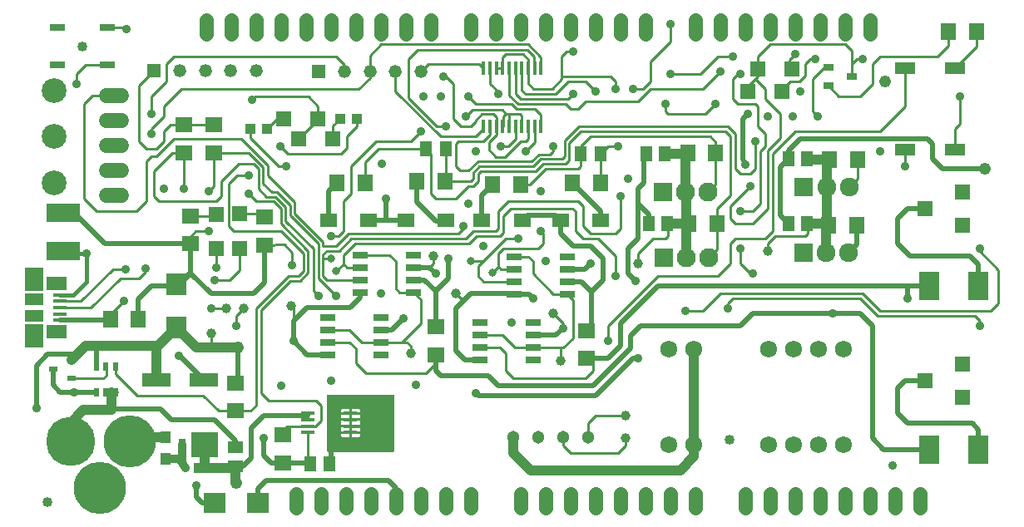
<source format=gbr>
G04 EAGLE Gerber RS-274X export*
G75*
%MOMM*%
%FSLAX34Y34*%
%LPD*%
%INTop Copper*%
%IPPOS*%
%AMOC8*
5,1,8,0,0,1.08239X$1,22.5*%
G01*
%ADD10R,1.500000X1.500000*%
%ADD11R,1.803000X1.600000*%
%ADD12R,1.524000X0.762000*%
%ADD13C,1.524000*%
%ADD14C,1.422400*%
%ADD15R,3.000000X1.400000*%
%ADD16R,1.000000X1.200000*%
%ADD17R,3.400000X1.900000*%
%ADD18R,2.667000X2.540000*%
%ADD19R,0.762000X1.270000*%
%ADD20R,2.000000X1.100000*%
%ADD21R,0.800000X0.800000*%
%ADD22R,1.320800X1.320800*%
%ADD23C,1.320800*%
%ADD24R,1.525000X0.650000*%
%ADD25R,1.920000X1.920000*%
%ADD26C,1.920000*%
%ADD27R,1.950000X1.950000*%
%ADD28C,1.950000*%
%ADD29R,1.600000X1.803000*%
%ADD30R,1.803400X1.473200*%
%ADD31C,1.725000*%
%ADD32R,1.415000X0.450000*%
%ADD33R,0.508000X0.876300*%
%ADD34R,0.863600X0.482600*%
%ADD35R,1.500000X1.300000*%
%ADD36R,1.300000X1.500000*%
%ADD37R,1.600000X1.800000*%
%ADD38R,1.380000X0.450000*%
%ADD39R,2.100000X1.475000*%
%ADD40R,1.900000X1.175000*%
%ADD41R,1.900000X2.375000*%
%ADD42C,1.016000*%
%ADD43R,2.150000X2.200000*%
%ADD44R,2.200000X2.150000*%
%ADD45R,1.300000X1.600000*%
%ADD46C,2.520000*%
%ADD47R,1.000000X0.700000*%
%ADD48R,2.025000X1.275000*%
%ADD49C,5.300000*%
%ADD50C,5.000000*%
%ADD51R,1.000000X1.100000*%
%ADD52C,0.800000*%
%ADD53C,1.000000*%
%ADD54R,2.020000X2.950000*%
%ADD55R,0.450000X1.475000*%
%ADD56C,1.303000*%
%ADD57R,1.508000X1.508000*%
%ADD58C,0.508000*%
%ADD59C,1.016000*%
%ADD60C,0.254000*%
%ADD61C,0.914400*%
%ADD62C,1.219200*%
%ADD63C,0.406400*%
%ADD64C,0.812800*%

G36*
X378538Y75106D02*
X378538Y75106D01*
X378657Y75113D01*
X378695Y75126D01*
X378736Y75131D01*
X378846Y75174D01*
X378959Y75211D01*
X378994Y75233D01*
X379031Y75248D01*
X379127Y75318D01*
X379228Y75381D01*
X379256Y75411D01*
X379289Y75434D01*
X379365Y75526D01*
X379446Y75613D01*
X379466Y75648D01*
X379491Y75679D01*
X379542Y75787D01*
X379600Y75891D01*
X379610Y75931D01*
X379627Y75967D01*
X379649Y76084D01*
X379679Y76199D01*
X379683Y76260D01*
X379687Y76280D01*
X379685Y76300D01*
X379689Y76360D01*
X379689Y132240D01*
X379674Y132358D01*
X379667Y132477D01*
X379654Y132515D01*
X379649Y132556D01*
X379606Y132666D01*
X379569Y132779D01*
X379547Y132814D01*
X379532Y132851D01*
X379463Y132947D01*
X379399Y133048D01*
X379369Y133076D01*
X379346Y133109D01*
X379254Y133185D01*
X379167Y133266D01*
X379132Y133286D01*
X379101Y133311D01*
X378993Y133362D01*
X378889Y133420D01*
X378849Y133430D01*
X378813Y133447D01*
X378696Y133469D01*
X378581Y133499D01*
X378521Y133503D01*
X378501Y133507D01*
X378480Y133505D01*
X378420Y133509D01*
X312380Y133509D01*
X312262Y133494D01*
X312143Y133487D01*
X312105Y133474D01*
X312064Y133469D01*
X311954Y133426D01*
X311841Y133389D01*
X311806Y133367D01*
X311769Y133352D01*
X311673Y133283D01*
X311572Y133219D01*
X311544Y133189D01*
X311511Y133166D01*
X311436Y133074D01*
X311354Y132987D01*
X311334Y132952D01*
X311309Y132921D01*
X311258Y132813D01*
X311200Y132709D01*
X311190Y132669D01*
X311173Y132633D01*
X311151Y132516D01*
X311121Y132401D01*
X311117Y132341D01*
X311113Y132321D01*
X311115Y132300D01*
X311114Y132291D01*
X311113Y132288D01*
X311114Y132284D01*
X311111Y132240D01*
X311111Y76360D01*
X311126Y76242D01*
X311133Y76123D01*
X311146Y76085D01*
X311151Y76044D01*
X311194Y75934D01*
X311231Y75821D01*
X311253Y75786D01*
X311268Y75749D01*
X311338Y75653D01*
X311401Y75552D01*
X311431Y75524D01*
X311454Y75491D01*
X311546Y75416D01*
X311633Y75334D01*
X311668Y75314D01*
X311699Y75289D01*
X311807Y75238D01*
X311911Y75180D01*
X311951Y75170D01*
X311987Y75153D01*
X312104Y75131D01*
X312219Y75101D01*
X312280Y75097D01*
X312300Y75093D01*
X312320Y75095D01*
X312380Y75091D01*
X378420Y75091D01*
X378538Y75106D01*
G37*
%LPC*%
G36*
X336249Y109059D02*
X336249Y109059D01*
X336249Y113021D01*
X344596Y113021D01*
X344596Y111706D01*
X344505Y111369D01*
X344493Y111277D01*
X344471Y111187D01*
X344471Y111120D01*
X344462Y111053D01*
X344473Y110962D01*
X344474Y110869D01*
X344497Y110754D01*
X344499Y110738D01*
X344502Y110730D01*
X344505Y110711D01*
X344596Y110374D01*
X344596Y109059D01*
X336249Y109059D01*
G37*
%LPD*%
%LPC*%
G36*
X336249Y102559D02*
X336249Y102559D01*
X336249Y106521D01*
X344596Y106521D01*
X344596Y105206D01*
X344505Y104869D01*
X344493Y104777D01*
X344471Y104687D01*
X344471Y104620D01*
X344462Y104553D01*
X344473Y104462D01*
X344474Y104369D01*
X344497Y104254D01*
X344499Y104238D01*
X344502Y104230D01*
X344505Y104211D01*
X344596Y103874D01*
X344596Y102559D01*
X336249Y102559D01*
G37*
%LPD*%
%LPC*%
G36*
X336249Y96059D02*
X336249Y96059D01*
X336249Y100021D01*
X344596Y100021D01*
X344596Y98706D01*
X344505Y98369D01*
X344493Y98277D01*
X344471Y98187D01*
X344471Y98120D01*
X344462Y98053D01*
X344473Y97962D01*
X344474Y97869D01*
X344497Y97754D01*
X344499Y97738D01*
X344502Y97730D01*
X344505Y97711D01*
X344596Y97374D01*
X344596Y96059D01*
X336249Y96059D01*
G37*
%LPD*%
%LPC*%
G36*
X325364Y109059D02*
X325364Y109059D01*
X325364Y110374D01*
X325455Y110711D01*
X325467Y110803D01*
X325489Y110893D01*
X325489Y110960D01*
X325498Y111027D01*
X325487Y111118D01*
X325486Y111211D01*
X325463Y111326D01*
X325461Y111342D01*
X325458Y111350D01*
X325455Y111369D01*
X325364Y111706D01*
X325364Y113021D01*
X333711Y113021D01*
X333711Y109059D01*
X325364Y109059D01*
G37*
%LPD*%
%LPC*%
G36*
X325364Y102559D02*
X325364Y102559D01*
X325364Y103874D01*
X325455Y104211D01*
X325467Y104303D01*
X325489Y104393D01*
X325489Y104460D01*
X325498Y104527D01*
X325487Y104618D01*
X325486Y104711D01*
X325463Y104826D01*
X325461Y104842D01*
X325458Y104850D01*
X325455Y104869D01*
X325364Y105206D01*
X325364Y106521D01*
X333711Y106521D01*
X333711Y102559D01*
X325364Y102559D01*
G37*
%LPD*%
%LPC*%
G36*
X325364Y96059D02*
X325364Y96059D01*
X325364Y97374D01*
X325455Y97711D01*
X325467Y97803D01*
X325489Y97893D01*
X325489Y97960D01*
X325498Y98027D01*
X325487Y98118D01*
X325486Y98211D01*
X325463Y98326D01*
X325461Y98342D01*
X325458Y98350D01*
X325455Y98369D01*
X325364Y98706D01*
X325364Y100021D01*
X333711Y100021D01*
X333711Y96059D01*
X325364Y96059D01*
G37*
%LPD*%
%LPC*%
G36*
X336249Y115559D02*
X336249Y115559D01*
X336249Y119081D01*
X342389Y119081D01*
X343036Y118908D01*
X343615Y118573D01*
X344088Y118100D01*
X344423Y117521D01*
X344596Y116874D01*
X344596Y115559D01*
X336249Y115559D01*
G37*
%LPD*%
%LPC*%
G36*
X325364Y115559D02*
X325364Y115559D01*
X325364Y116874D01*
X325537Y117521D01*
X325872Y118100D01*
X326345Y118573D01*
X326924Y118908D01*
X327571Y119081D01*
X333711Y119081D01*
X333711Y115559D01*
X325364Y115559D01*
G37*
%LPD*%
%LPC*%
G36*
X336249Y89999D02*
X336249Y89999D01*
X336249Y93521D01*
X344596Y93521D01*
X344596Y92206D01*
X344423Y91559D01*
X344088Y90980D01*
X343615Y90507D01*
X343036Y90172D01*
X342389Y89999D01*
X336249Y89999D01*
G37*
%LPD*%
%LPC*%
G36*
X327571Y89999D02*
X327571Y89999D01*
X326924Y90172D01*
X326345Y90507D01*
X325872Y90980D01*
X325537Y91559D01*
X325364Y92206D01*
X325364Y93521D01*
X333711Y93521D01*
X333711Y89999D01*
X327571Y89999D01*
G37*
%LPD*%
D10*
X198230Y281910D03*
X198230Y316910D03*
X222200Y282390D03*
X222200Y317390D03*
D11*
X172230Y287140D03*
X172230Y315580D03*
X247160Y285870D03*
X247160Y314310D03*
D12*
X87800Y469140D03*
X37000Y469140D03*
X87800Y507240D03*
X37000Y507240D03*
D13*
X86320Y387510D02*
X101560Y387510D01*
X101560Y412910D02*
X86320Y412910D01*
X86320Y438310D02*
X101560Y438310D01*
X101560Y362110D02*
X86320Y362110D01*
X86320Y336710D02*
X101560Y336710D01*
D14*
X634960Y501048D02*
X634960Y515272D01*
X609560Y515272D02*
X609560Y501048D01*
X584160Y501048D02*
X584160Y515272D01*
X558760Y515272D02*
X558760Y501048D01*
X533360Y501048D02*
X533360Y515272D01*
X507960Y515272D02*
X507960Y501048D01*
X482560Y501048D02*
X482560Y515272D01*
X457160Y515272D02*
X457160Y501048D01*
X416520Y501048D02*
X416520Y515272D01*
X391120Y515272D02*
X391120Y501048D01*
X365720Y501048D02*
X365720Y515272D01*
X340320Y515272D02*
X340320Y501048D01*
X314920Y501048D02*
X314920Y515272D01*
X289520Y515272D02*
X289520Y501048D01*
X264120Y501048D02*
X264120Y515272D01*
X238720Y515272D02*
X238720Y501048D01*
X213320Y501048D02*
X213320Y515272D01*
X187920Y515272D02*
X187920Y501048D01*
D15*
X137504Y148242D03*
X185504Y148242D03*
D14*
X279360Y32672D02*
X279360Y18448D01*
X304760Y18448D02*
X304760Y32672D01*
X330160Y32672D02*
X330160Y18448D01*
X355560Y18448D02*
X355560Y32672D01*
X380960Y32672D02*
X380960Y18448D01*
X406360Y18448D02*
X406360Y32672D01*
X431760Y32672D02*
X431760Y18448D01*
X457160Y18448D02*
X457160Y32672D01*
X507960Y32672D02*
X507960Y18448D01*
X533360Y18448D02*
X533360Y32672D01*
X558760Y32672D02*
X558760Y18448D01*
X584160Y18448D02*
X584160Y32672D01*
X609560Y32672D02*
X609560Y18448D01*
X634960Y18448D02*
X634960Y32672D01*
X660360Y32672D02*
X660360Y18448D01*
X685760Y18448D02*
X685760Y32672D01*
X685760Y501048D02*
X685760Y515272D01*
X711160Y515272D02*
X711160Y501048D01*
X736560Y501048D02*
X736560Y515272D01*
X761960Y515272D02*
X761960Y501048D01*
X787360Y501048D02*
X787360Y515272D01*
X812760Y515272D02*
X812760Y501048D01*
X838160Y501048D02*
X838160Y515272D01*
X863560Y515272D02*
X863560Y501048D01*
X736560Y32672D02*
X736560Y18448D01*
X761960Y18448D02*
X761960Y32672D01*
X787360Y32672D02*
X787360Y18448D01*
X812760Y18448D02*
X812760Y32672D01*
X838160Y32672D02*
X838160Y18448D01*
X863560Y18448D02*
X863560Y32672D01*
X888960Y32672D02*
X888960Y18448D01*
X914360Y18448D02*
X914360Y32672D01*
D16*
X146264Y67900D03*
X146264Y89900D03*
D17*
X42632Y318364D03*
X42632Y279364D03*
D18*
X186792Y82456D03*
D19*
X163292Y82456D03*
D20*
X185776Y59088D03*
D21*
X166776Y59088D03*
D22*
X134580Y463710D03*
D23*
X160742Y463710D03*
X186904Y463710D03*
X213066Y463710D03*
X239228Y463710D03*
D22*
X302220Y462440D03*
D23*
X328382Y462440D03*
X354544Y462440D03*
X380706Y462440D03*
X406868Y462440D03*
D24*
X344950Y275750D03*
X344950Y263050D03*
X344950Y250350D03*
X344950Y237650D03*
X399190Y237650D03*
X399190Y250350D03*
X399190Y263050D03*
X399190Y275750D03*
D25*
X796250Y278290D03*
D26*
X819150Y278290D03*
X842050Y278290D03*
D27*
X654010Y273210D03*
D28*
X676910Y273210D03*
X699810Y273210D03*
D29*
X821400Y306230D03*
X849840Y306230D03*
X430740Y350680D03*
X402300Y350680D03*
X321020Y349410D03*
X349460Y349410D03*
X707600Y307500D03*
X679160Y307500D03*
D30*
X390993Y311310D03*
X431887Y311310D03*
X312253Y311310D03*
X353147Y311310D03*
D24*
X311930Y212250D03*
X311930Y199550D03*
X311930Y186850D03*
X311930Y174150D03*
X366170Y174150D03*
X366170Y186850D03*
X366170Y199550D03*
X366170Y212250D03*
D11*
X421600Y202340D03*
X421600Y173900D03*
D24*
X501360Y273800D03*
X501360Y261100D03*
X501360Y248400D03*
X501360Y235700D03*
X555600Y235700D03*
X555600Y248400D03*
X555600Y261100D03*
X555600Y273800D03*
D25*
X796450Y344920D03*
D26*
X819350Y344920D03*
X842250Y344920D03*
D27*
X652940Y339840D03*
D28*
X675840Y339840D03*
X698740Y339840D03*
D29*
X822470Y372950D03*
X850910Y372950D03*
X589290Y348820D03*
X560850Y348820D03*
X479570Y347550D03*
X508010Y347550D03*
X706530Y379210D03*
X678090Y379210D03*
D30*
X548673Y310630D03*
X589567Y310630D03*
X468663Y310630D03*
X509557Y310630D03*
D24*
X467070Y206490D03*
X467070Y193790D03*
X467070Y181090D03*
X467070Y168390D03*
X521310Y168390D03*
X521310Y181090D03*
X521310Y193790D03*
X521310Y206490D03*
D11*
X574680Y198730D03*
X574680Y170290D03*
D31*
X659290Y180090D03*
X684690Y180090D03*
X760890Y180090D03*
X786290Y180090D03*
X811690Y180090D03*
X837090Y180090D03*
X659290Y82300D03*
X684690Y82300D03*
X760890Y82300D03*
X786290Y82300D03*
X811690Y82300D03*
X837090Y82300D03*
D32*
X291140Y114290D03*
X291140Y107790D03*
X291140Y101290D03*
X291140Y94790D03*
X334980Y94790D03*
X334980Y101290D03*
X334980Y107790D03*
X334980Y114290D03*
D33*
X76460Y135896D03*
X85960Y135896D03*
X95460Y135896D03*
X95460Y162185D03*
X85960Y162185D03*
X76460Y162185D03*
D34*
X51412Y149700D03*
X51412Y168700D03*
X32108Y159200D03*
D11*
X217380Y116760D03*
X217380Y145200D03*
D35*
X217920Y60580D03*
X217920Y79580D03*
D36*
X294060Y62780D03*
X313060Y62780D03*
D11*
X266060Y92260D03*
X266060Y63820D03*
D37*
X118880Y210080D03*
X90880Y210080D03*
D38*
X39100Y235000D03*
X39100Y228500D03*
X39100Y222000D03*
X39100Y215500D03*
X39100Y209000D03*
D39*
X35500Y197475D03*
X35500Y246525D03*
D40*
X12500Y230375D03*
X12500Y213625D03*
D41*
X12500Y251125D03*
X12500Y192875D03*
D11*
X195540Y379640D03*
X195540Y408080D03*
X165060Y379640D03*
X165060Y408080D03*
D42*
X62190Y487840D03*
X26630Y24290D03*
X720558Y87282D03*
D43*
X157440Y201680D03*
X157440Y245680D03*
D44*
X196400Y23020D03*
X240400Y23020D03*
D36*
X799400Y307500D03*
X780400Y307500D03*
X657160Y307500D03*
X638160Y307500D03*
X799400Y373540D03*
X780400Y373540D03*
X654620Y378620D03*
X635620Y378620D03*
D45*
X431600Y383700D03*
X411600Y383700D03*
X589080Y378620D03*
X569080Y378620D03*
D46*
X32980Y349400D03*
X32980Y396400D03*
X32980Y443400D03*
D29*
X971760Y503080D03*
X943320Y503080D03*
D47*
X821080Y466860D03*
X821080Y447860D03*
X845080Y457360D03*
D48*
X949900Y382720D03*
X899140Y465960D03*
X899140Y382720D03*
X949900Y465960D03*
D49*
X110196Y85758D03*
D50*
X50196Y85758D03*
D49*
X80196Y38758D03*
D10*
X301940Y414180D03*
X266940Y414180D03*
X282180Y393860D03*
X317180Y393860D03*
D51*
X249760Y404020D03*
X232760Y404020D03*
X324200Y414180D03*
X341200Y414180D03*
D52*
X314920Y271940D03*
X457160Y269400D03*
D53*
X419060Y274480D03*
X274280Y223680D03*
X540980Y216060D03*
X441920Y236380D03*
X396200Y175420D03*
X548600Y167800D03*
X759420Y279560D03*
X627340Y266860D03*
X193000Y195740D03*
X226020Y221140D03*
X614640Y89060D03*
X208240Y221140D03*
X614640Y111920D03*
D54*
X924254Y77714D03*
X974254Y77714D03*
X924000Y243840D03*
X974000Y243840D03*
D55*
X528868Y465498D03*
X522368Y465498D03*
X515868Y465498D03*
X509368Y465498D03*
X502868Y465498D03*
X496368Y465498D03*
X489868Y465498D03*
X483368Y465498D03*
X476868Y465498D03*
X470368Y465498D03*
X470368Y406738D03*
X476868Y406738D03*
X483368Y406738D03*
X489868Y406738D03*
X496368Y406738D03*
X502868Y406738D03*
X509368Y406738D03*
X515868Y406738D03*
X522368Y406738D03*
X528868Y406738D03*
D52*
X320548Y259334D03*
X479298Y257302D03*
D56*
X500380Y89916D03*
X525780Y89916D03*
X551180Y89916D03*
X576580Y89916D03*
D10*
X749580Y464820D03*
X784580Y464820D03*
X739420Y441960D03*
X774420Y441960D03*
D57*
X919980Y147320D03*
X957480Y130320D03*
X957480Y164320D03*
X919980Y322580D03*
X957480Y305580D03*
X957480Y339580D03*
D58*
X89800Y209000D02*
X39100Y209000D01*
X313060Y62780D02*
X314920Y64640D01*
X314920Y83980D01*
X91400Y135896D02*
X85960Y135896D01*
X95460Y135896D02*
X96480Y135896D01*
D59*
X91400Y119032D02*
X91400Y117762D01*
X91400Y119032D02*
X91400Y135896D01*
D60*
X949920Y382740D02*
X949920Y404020D01*
D58*
X949920Y382740D02*
X949900Y382720D01*
D60*
X87800Y469140D02*
X65080Y469140D01*
X55840Y459900D02*
X55840Y449740D01*
D61*
X55840Y449740D03*
D60*
X55840Y459900D02*
X65080Y469140D01*
D59*
X684690Y82300D02*
X684690Y70210D01*
X670520Y56040D02*
X518120Y56040D01*
X670520Y56040D02*
X684690Y70210D01*
X684690Y82300D02*
X684690Y180090D01*
D60*
X360170Y101290D02*
X334980Y101290D01*
X360170Y101290D02*
X360640Y101760D01*
D61*
X360640Y101760D03*
D60*
X104100Y228760D02*
X90880Y215540D01*
D61*
X104100Y228760D03*
D58*
X91400Y119032D02*
X141692Y119032D01*
X152614Y108110D02*
X196810Y108110D01*
X152614Y108110D02*
X141692Y119032D01*
X185504Y148242D02*
X160866Y172880D01*
X159980Y172880D01*
D61*
X159980Y172880D03*
X469860Y284640D03*
X218400Y203360D03*
D60*
X949920Y404020D02*
X955000Y409100D01*
X955000Y437040D01*
D61*
X955000Y437040D03*
X264120Y142400D03*
D58*
X90880Y210080D02*
X89800Y209000D01*
X217920Y87000D02*
X217920Y79580D01*
X217920Y87000D02*
X196810Y108110D01*
X95460Y135896D02*
X91400Y135896D01*
D59*
X91400Y117762D02*
X63206Y117762D01*
X49998Y104554D01*
X49998Y85956D01*
D58*
X50196Y85758D01*
D60*
X282180Y393860D02*
X301940Y413620D01*
X301940Y414180D01*
X301940Y427160D01*
X237744Y437040D02*
X234422Y433718D01*
D61*
X234422Y433718D03*
D60*
X292060Y437040D02*
X301940Y427160D01*
X292060Y437040D02*
X237744Y437040D01*
X218400Y213520D02*
X218400Y203360D01*
X218400Y213520D02*
X226020Y221140D01*
X739420Y441960D02*
X739420Y447320D01*
X749580Y457480D02*
X749580Y464820D01*
X746760Y454660D02*
X739420Y447320D01*
X746760Y454660D02*
X749580Y457480D01*
X749580Y464820D02*
X749580Y477800D01*
X845080Y483340D02*
X845080Y469900D01*
X845080Y457360D01*
X762000Y490220D02*
X749580Y477800D01*
X762000Y490220D02*
X838200Y490220D01*
X845080Y483340D01*
X850574Y475394D02*
X845080Y469900D01*
X850574Y475394D02*
X855980Y475394D01*
D61*
X855980Y475394D03*
D59*
X500380Y89916D02*
X500380Y73780D01*
X518120Y56040D01*
D60*
X756920Y444500D02*
X746760Y454660D01*
X756920Y444500D02*
X756920Y434340D01*
D61*
X741680Y345440D03*
D60*
X772160Y394854D02*
X772160Y419100D01*
X772160Y394854D02*
X759460Y382154D01*
X759460Y322580D01*
X744220Y307340D01*
X772160Y419100D02*
X756920Y434340D01*
X721360Y312420D02*
X726440Y307340D01*
X744220Y307340D01*
X721360Y312420D02*
X721360Y325120D01*
X741680Y345440D01*
X90880Y215540D02*
X90880Y210080D01*
D61*
X365760Y236220D03*
X739588Y419748D03*
X499040Y207170D03*
X314920Y147480D03*
X454620Y327820D03*
D60*
X195540Y408080D02*
X165060Y408080D01*
X126960Y383700D02*
X119340Y391320D01*
X126960Y383700D02*
X137120Y383700D01*
X144740Y391320D02*
X144740Y401480D01*
X151340Y408080D01*
X165060Y408080D01*
X119340Y391320D02*
X119340Y448470D01*
X144740Y391320D02*
X137120Y383700D01*
D61*
X193000Y221140D03*
X886420Y61120D03*
X736694Y368006D03*
X899120Y365920D03*
D60*
X899120Y382700D01*
D58*
X899140Y382720D01*
D60*
X208240Y221140D02*
X193000Y221140D01*
X119340Y448470D02*
X134580Y463710D01*
D58*
X736694Y369378D02*
X736694Y368006D01*
X736694Y369378D02*
X734508Y372544D01*
X734508Y414668D02*
X739588Y419748D01*
X734508Y414668D02*
X734508Y372544D01*
D61*
X792480Y441960D03*
X401320Y143604D03*
D60*
X198230Y263200D02*
X198080Y263050D01*
X198230Y263200D02*
X198230Y281910D01*
D61*
X198080Y263050D03*
D60*
X196680Y315360D02*
X198230Y316910D01*
X196680Y315360D02*
X172230Y315580D01*
X222200Y317390D02*
X243860Y317390D01*
X247160Y314310D01*
D61*
X196810Y250350D03*
D60*
X212050Y250350D01*
X222210Y260510D01*
X222210Y282380D01*
X222200Y282390D01*
X93940Y438310D02*
X72350Y438310D01*
X63460Y429420D01*
X63460Y332900D01*
X76160Y320200D01*
X116800Y320200D01*
X250404Y356776D02*
X250404Y367168D01*
X223712Y393860D01*
X277836Y329344D02*
X277836Y318030D01*
X126960Y330360D02*
X116800Y320200D01*
X126960Y330360D02*
X126960Y371000D01*
X132040Y376080D01*
X137120Y376080D01*
X154900Y393860D01*
X223712Y393860D01*
X250404Y356776D02*
X277836Y329344D01*
X277836Y318030D02*
X306792Y289074D01*
X306792Y284640D02*
X320000Y284640D01*
X306792Y284640D02*
X306792Y289074D01*
X320000Y284640D02*
X332700Y297340D01*
D61*
X449540Y304960D03*
D60*
X449540Y302420D01*
X444460Y297340D01*
X332700Y297340D01*
D61*
X314920Y294800D03*
D60*
X335240Y365920D02*
X360640Y391320D01*
X396200Y391320D01*
X322540Y294800D02*
X314920Y294800D01*
X322540Y294800D02*
X327620Y299880D01*
X327620Y330360D01*
X335240Y337980D02*
X335240Y365920D01*
X335240Y337980D02*
X327620Y330360D01*
X396200Y391320D02*
X406360Y401480D01*
D61*
X406360Y401480D03*
X596860Y188120D03*
D60*
X596860Y203360D01*
X647660Y254160D01*
X708620Y254160D01*
X764500Y299880D02*
X764500Y378620D01*
X787360Y401480D01*
X873720Y401480D01*
X899140Y426900D02*
X899140Y465960D01*
X899140Y426900D02*
X873720Y401480D01*
X721320Y266860D02*
X708620Y254160D01*
X721320Y286980D02*
X726440Y292100D01*
X756720Y292100D02*
X764500Y299880D01*
X721320Y286980D02*
X721320Y266860D01*
X726440Y292100D02*
X756720Y292100D01*
D59*
X216428Y59088D02*
X185776Y59088D01*
X216428Y59088D02*
X217920Y60580D01*
X217920Y43820D01*
X218400Y43340D01*
D62*
X218400Y43340D03*
D60*
X291140Y107790D02*
X291140Y111920D01*
X291140Y114290D01*
D58*
X225480Y60580D02*
X217920Y60580D01*
X225480Y60580D02*
X233640Y68740D01*
X233640Y99220D01*
X246340Y111920D01*
X291140Y111920D01*
D59*
X186792Y82456D02*
X186792Y60104D01*
X185776Y59088D01*
D61*
X302220Y233840D03*
D60*
X297140Y238920D01*
X268692Y310548D02*
X268692Y324634D01*
X258394Y334932D01*
X249388Y334932D01*
X297140Y282100D02*
X297140Y238920D01*
X297140Y282100D02*
X268692Y310548D01*
X241260Y343060D02*
X241260Y363380D01*
X236180Y368460D01*
X203160Y350680D02*
X203160Y335440D01*
X198080Y330360D01*
X139660Y330360D01*
X134580Y335440D01*
X153380Y379640D02*
X165060Y379640D01*
X241260Y343060D02*
X249388Y334932D01*
X236180Y368460D02*
X220940Y368460D01*
X203160Y350680D01*
X134580Y360840D02*
X134580Y335440D01*
X134580Y360840D02*
X153380Y379640D01*
X165060Y379640D02*
X165060Y343060D01*
D61*
X165060Y343060D03*
X320000Y233840D03*
D60*
X302220Y251620D01*
X302220Y287180D02*
X273264Y316136D01*
X302220Y287180D02*
X302220Y251620D01*
X273264Y316136D02*
X273264Y326528D01*
X260288Y339504D01*
X254976Y339504D01*
X245832Y348648D02*
X245832Y365274D01*
X231466Y379640D01*
X195540Y379640D01*
X245832Y348648D02*
X254976Y339504D01*
X195540Y345600D02*
X195540Y379640D01*
X195540Y345600D02*
X190460Y340520D01*
D61*
X190460Y340520D03*
X269200Y365920D03*
D60*
X261580Y365920D01*
X232760Y394740D02*
X232760Y404020D01*
X232760Y394740D02*
X261580Y365920D01*
D59*
X114338Y89900D02*
X110196Y85758D01*
X114338Y89900D02*
X146264Y89900D01*
D60*
X105020Y507240D02*
X87800Y507240D01*
X105020Y507240D02*
X106640Y505620D01*
D61*
X106640Y505620D03*
D63*
X66508Y277020D02*
X66508Y248572D01*
X53808Y277020D02*
X53808Y279364D01*
X42632Y279364D01*
D61*
X66508Y277020D03*
D63*
X53808Y277020D01*
X52936Y235000D02*
X39100Y235000D01*
X52936Y235000D02*
X66508Y248572D01*
D61*
X105624Y261272D03*
D60*
X93432Y261272D01*
X60660Y228500D02*
X39100Y228500D01*
X60660Y228500D02*
X93432Y261272D01*
X100544Y252128D02*
X119848Y252128D01*
D61*
X125944Y262288D03*
D60*
X125944Y258224D01*
X119848Y252128D01*
X70416Y222000D02*
X39100Y222000D01*
X70416Y222000D02*
X100544Y252128D01*
D64*
X146264Y67900D02*
X159996Y67900D01*
X163292Y63616D01*
X166776Y59088D01*
X163292Y63616D02*
X163292Y82456D01*
D58*
X247160Y247360D02*
X247160Y285870D01*
D61*
X275550Y265590D03*
D60*
X275550Y278290D01*
X267679Y286161D02*
X247160Y285870D01*
X267679Y286161D02*
X275550Y278290D01*
D58*
X172230Y287140D02*
X84863Y287367D01*
X193000Y236380D02*
X236180Y236380D01*
X247160Y247360D01*
X193000Y236380D02*
X172230Y257150D01*
X172230Y287140D01*
X172230Y257150D02*
X159080Y244000D01*
X118880Y230840D02*
X118880Y210080D01*
X132040Y244000D02*
X159080Y244000D01*
X132040Y244000D02*
X118880Y230840D01*
X53866Y318364D02*
X42632Y318364D01*
X53866Y318364D02*
X84863Y287367D01*
D61*
X190460Y299626D03*
D60*
X172230Y294350D02*
X172230Y287140D01*
X172230Y294350D02*
X177506Y299626D01*
X190460Y299626D01*
X172230Y260470D02*
X157440Y245680D01*
X172230Y260470D02*
X172230Y287140D01*
X380706Y442254D02*
X380706Y462440D01*
X380706Y442254D02*
X426720Y396240D01*
X470368Y404198D02*
X470368Y406738D01*
X470368Y404198D02*
X462410Y396240D01*
X426720Y396240D01*
X406868Y462440D02*
X414328Y469900D01*
X465966Y469900D02*
X470368Y465498D01*
X465966Y469900D02*
X414328Y469900D01*
D61*
X132040Y419260D03*
D60*
X147280Y470060D02*
X154900Y477680D01*
X147280Y470060D02*
X147280Y452280D01*
X132040Y437040D02*
X132040Y419260D01*
X132040Y437040D02*
X147280Y452280D01*
X154900Y477680D02*
X320000Y477680D01*
X328382Y469298D01*
X328382Y462440D01*
X528868Y418552D02*
X528868Y406738D01*
X522732Y424688D02*
X503566Y424688D01*
X498994Y429260D01*
D61*
X454660Y436880D03*
D60*
X522732Y424688D02*
X528868Y418552D01*
X462280Y429260D02*
X454660Y436880D01*
X462280Y429260D02*
X498994Y429260D01*
D61*
X132040Y398940D03*
D60*
X144740Y426880D02*
X162520Y444660D01*
X144740Y426880D02*
X144740Y416720D01*
X132040Y404020D01*
X132040Y398940D01*
X162520Y444660D02*
X343041Y444660D01*
X354544Y456163D01*
X354544Y462440D01*
X354544Y479004D01*
X528868Y476972D02*
X528868Y465498D01*
X365760Y490220D02*
X354544Y479004D01*
X365760Y490220D02*
X515620Y490220D01*
X528868Y476972D01*
D62*
X980400Y363380D03*
D58*
X635620Y378620D02*
X633080Y376080D01*
X633080Y348800D01*
X627340Y343060D01*
X627340Y327820D01*
X638160Y317000D02*
X638160Y307500D01*
X638160Y317000D02*
X627340Y327820D01*
D61*
X144740Y343060D03*
D58*
X772120Y315780D02*
X780400Y307500D01*
X772120Y365260D02*
X780400Y373540D01*
X772120Y365260D02*
X772120Y315780D01*
X780400Y373540D02*
X780400Y381820D01*
X792440Y393860D01*
D61*
X533360Y269400D03*
D58*
X937220Y363380D02*
X980400Y363380D01*
X937220Y363380D02*
X927060Y373540D01*
X927060Y388780D01*
X921980Y393860D01*
X792440Y393860D01*
D60*
X614640Y89060D02*
X614640Y81440D01*
X607020Y73820D01*
X558660Y73820D01*
D61*
X429260Y457200D03*
D60*
X483368Y465498D02*
X489868Y465498D01*
X515868Y465498D02*
X515868Y450300D01*
X521184Y444984D01*
X540536Y444984D01*
X550060Y454508D01*
X550060Y457200D01*
X550060Y477520D01*
X555140Y482600D01*
X561340Y482600D01*
D61*
X561340Y482600D03*
X604520Y444500D03*
D60*
X599440Y457200D02*
X550060Y457200D01*
X604520Y452120D02*
X604520Y444500D01*
X604520Y452120D02*
X599440Y457200D01*
D58*
X627340Y327820D02*
X627340Y292140D01*
X627380Y292100D01*
X617220Y281940D01*
D61*
X624840Y248920D03*
D58*
X617220Y256540D02*
X617220Y281940D01*
X617220Y256540D02*
X624840Y248920D01*
D60*
X483368Y406738D02*
X483368Y415792D01*
X480060Y419100D01*
X468435Y419100D02*
X462280Y412945D01*
X462280Y411480D02*
X457200Y406400D01*
X447040Y406400D01*
X439420Y414020D01*
X468435Y419100D02*
X480060Y419100D01*
X462280Y412945D02*
X462280Y411480D01*
X489868Y465498D02*
X489868Y477168D01*
X492760Y480060D01*
X510540Y480060D01*
X515868Y474732D02*
X515868Y465498D01*
X515868Y474732D02*
X510540Y480060D01*
X483368Y406738D02*
X483368Y398162D01*
X515868Y393948D02*
X515868Y406738D01*
X508000Y391160D02*
X492252Y375412D01*
X513080Y391160D02*
X515868Y393948D01*
X513080Y391160D02*
X508000Y391160D01*
X439420Y414020D02*
X439420Y449580D01*
X431800Y457200D02*
X429260Y457200D01*
X431800Y457200D02*
X439420Y449580D01*
X551180Y89916D02*
X551180Y81300D01*
X558660Y73820D01*
X475673Y390467D02*
X483368Y398162D01*
X475673Y390467D02*
X475673Y382847D01*
X483108Y375412D02*
X492252Y375412D01*
X483108Y375412D02*
X475673Y382847D01*
D61*
X873720Y381160D03*
X528164Y340636D03*
X366512Y368206D03*
D60*
X584260Y111920D02*
X614640Y111920D01*
D61*
X759460Y416560D03*
D60*
X509368Y417732D02*
X509368Y406738D01*
X493268Y419608D02*
X490220Y416560D01*
X490220Y406738D01*
X507492Y419608D02*
X509368Y417732D01*
X507492Y419608D02*
X496097Y419608D01*
X493268Y419608D01*
D61*
X617220Y353060D03*
D60*
X493268Y419608D02*
X489204Y423672D01*
X459232Y423672D02*
X452120Y416560D01*
D61*
X452120Y416560D03*
D60*
X459232Y423672D02*
X489204Y423672D01*
D61*
X784860Y416560D03*
D60*
X584260Y111920D02*
X576580Y104240D01*
X576580Y89916D01*
D61*
X462280Y381000D03*
D60*
X496097Y407009D02*
X496368Y406738D01*
X496097Y407009D02*
X496097Y419608D01*
X490220Y406738D02*
X489868Y406738D01*
D59*
X676910Y305250D02*
X676910Y273210D01*
D58*
X676910Y305250D02*
X679160Y307500D01*
D59*
X676910Y305250D02*
X676910Y338770D01*
X675840Y339840D01*
X675840Y376960D01*
X678090Y379210D01*
X677500Y378620D01*
X654620Y378620D01*
X657160Y307500D02*
X679160Y307500D01*
D60*
X642580Y292260D02*
X627340Y277020D01*
X627340Y266860D01*
X655280Y292260D02*
X657820Y294800D01*
X657820Y306840D01*
X657160Y307500D01*
X655280Y292260D02*
X642580Y292260D01*
D59*
X819150Y303980D02*
X819150Y278290D01*
D58*
X819150Y303980D02*
X821400Y306230D01*
X820130Y307500D01*
D59*
X799400Y307500D01*
X819350Y308280D02*
X821400Y306230D01*
X819350Y308280D02*
X819350Y344920D01*
X819350Y369830D01*
X822470Y372950D01*
X799990Y372950D01*
X799400Y373540D01*
D60*
X759420Y287180D02*
X759420Y279560D01*
X797520Y294800D02*
X800060Y297340D01*
X800060Y306840D01*
X799400Y307500D01*
X767040Y294800D02*
X759420Y287180D01*
X767040Y294800D02*
X797520Y294800D01*
D58*
X842050Y278290D02*
X849840Y286080D01*
X849840Y306230D01*
D60*
X431760Y368460D02*
X431600Y368460D01*
X431600Y383700D01*
X431760Y368460D02*
X431760Y351700D01*
D58*
X430740Y350680D01*
D60*
X472440Y365760D02*
X520700Y365760D01*
X550318Y373380D02*
X552858Y375920D01*
X552858Y391884D01*
X567374Y406400D01*
X528320Y373380D02*
X520700Y365760D01*
X528320Y373380D02*
X550318Y373380D01*
X718820Y406400D02*
X726440Y398780D01*
X726440Y363220D01*
X731520Y358140D01*
X741680Y358140D01*
X746760Y363220D01*
D61*
X746760Y391160D03*
D60*
X718820Y406400D02*
X567374Y406400D01*
X746760Y391160D02*
X746760Y363220D01*
X472440Y365760D02*
X465974Y365760D01*
X459740Y359526D02*
X459740Y353060D01*
X457360Y350680D01*
X430740Y350680D01*
X459740Y359526D02*
X465974Y365760D01*
X707600Y307500D02*
X707600Y281000D01*
X699810Y273210D01*
X349460Y349410D02*
X349460Y369980D01*
X363180Y383700D01*
X411600Y383700D01*
X707600Y322740D02*
X707600Y307500D01*
X707600Y322740D02*
X721320Y336460D01*
X721320Y396400D02*
X716240Y401480D01*
X568920Y401480D01*
X721320Y396400D02*
X721320Y336460D01*
X568920Y401480D02*
X557430Y389990D01*
X416560Y378740D02*
X411600Y383700D01*
X416560Y378740D02*
X416560Y337820D01*
X421640Y332740D01*
X441960Y332740D01*
X454660Y345440D01*
X459740Y345440D01*
X464820Y350520D01*
X464820Y358140D01*
X467266Y360586D01*
X523146Y360586D01*
X530860Y368300D01*
X557430Y372010D02*
X557430Y389990D01*
X553720Y368300D02*
X530860Y368300D01*
X553720Y368300D02*
X557430Y372010D01*
D58*
X402300Y350680D02*
X402300Y329340D01*
X421600Y310040D01*
X430617Y310040D01*
X431887Y311310D01*
X312253Y311310D02*
X312253Y340643D01*
X321020Y349410D01*
X353147Y311310D02*
X370800Y311310D01*
X390993Y311310D01*
X399190Y250350D02*
X410170Y250350D01*
X421600Y238920D01*
X421600Y202340D01*
X421600Y238920D02*
X434300Y251620D01*
X434300Y271940D01*
D61*
X434300Y271940D03*
X370800Y332900D03*
D58*
X370800Y311310D01*
D60*
X374610Y275750D02*
X344950Y275750D01*
X374610Y275750D02*
X380960Y269400D01*
X380960Y241460D01*
X384770Y237650D02*
X399190Y237650D01*
X384770Y237650D02*
X380960Y241460D01*
X366170Y186850D02*
X346670Y186850D01*
X333970Y199550D02*
X311930Y199550D01*
X333970Y199550D02*
X346670Y186850D01*
X366170Y186850D02*
X387310Y186850D01*
X406360Y230480D02*
X399190Y237650D01*
X406360Y205900D02*
X387310Y186850D01*
X406360Y205900D02*
X406360Y230480D01*
X396200Y183040D02*
X396200Y175420D01*
X392390Y186850D02*
X387310Y186850D01*
X392390Y186850D02*
X396200Y183040D01*
D58*
X399190Y263050D02*
X415250Y263050D01*
X421600Y256700D01*
D61*
X421600Y256700D03*
D58*
X377150Y199550D02*
X366170Y199550D01*
X377150Y199550D02*
X388580Y210980D01*
D61*
X388580Y210980D03*
D60*
X419060Y266860D02*
X419060Y274480D01*
X419060Y266860D02*
X415250Y263050D01*
D58*
X290790Y222410D02*
X276820Y208440D01*
X276820Y188120D01*
X290790Y174150D02*
X311930Y174150D01*
X344950Y232570D02*
X344950Y237650D01*
X344950Y232570D02*
X334790Y222410D01*
X290790Y222410D01*
X276820Y188120D02*
X290790Y174150D01*
D61*
X276820Y188120D03*
D60*
X276820Y221140D02*
X274280Y223680D01*
X276820Y221140D02*
X276820Y208440D01*
D61*
X462280Y134620D03*
D58*
X622300Y170180D02*
X627380Y170180D01*
D61*
X627380Y170180D03*
D58*
X622300Y170180D02*
X584200Y132080D01*
X464820Y132080D02*
X462280Y134620D01*
X464820Y132080D02*
X584200Y132080D01*
D60*
X333970Y186850D02*
X311930Y186850D01*
X340320Y180500D02*
X340320Y165260D01*
X350480Y155100D01*
X411440Y155100D02*
X421600Y165260D01*
X421600Y173900D01*
X340320Y180500D02*
X333970Y186850D01*
X350480Y155100D02*
X411440Y155100D01*
D58*
X421600Y157640D02*
X421600Y173900D01*
X485140Y142400D02*
X581620Y142400D01*
X619720Y180500D01*
X619720Y193200D02*
X629880Y203360D01*
X744180Y216060D02*
X825460Y216060D01*
X744180Y216060D02*
X731480Y203360D01*
X629880Y203360D01*
D61*
X825460Y216060D03*
D58*
X619720Y193200D02*
X619720Y180500D01*
X825460Y216060D02*
X853400Y216060D01*
X866100Y203360D01*
X866100Y89060D01*
X877446Y77714D02*
X924254Y77714D01*
X877446Y77714D02*
X866100Y89060D01*
X485140Y142400D02*
X475140Y152400D01*
X426840Y152400D01*
X421600Y157640D01*
D62*
X878800Y452280D03*
D58*
X891500Y139660D02*
X891500Y114460D01*
X901660Y104300D01*
X967740Y104300D01*
X974254Y97786D02*
X974254Y77714D01*
X974254Y97786D02*
X967740Y104300D01*
X919980Y147320D02*
X899160Y147320D01*
X891500Y139660D01*
X589290Y348820D02*
X589080Y349030D01*
D60*
X589080Y378620D01*
X842250Y344920D02*
X850910Y353580D01*
X850910Y372950D01*
D61*
X607020Y386240D03*
D60*
X596700Y386240D01*
X589080Y378620D01*
X569080Y378620D02*
X569080Y365920D01*
X566540Y363380D01*
X533360Y363380D01*
X517530Y347550D02*
X508010Y347550D01*
X517530Y347550D02*
X533360Y363380D01*
X698740Y339840D02*
X706530Y347630D01*
X706530Y379210D01*
X706530Y390870D01*
X701000Y396400D01*
X579080Y396400D01*
X569080Y386400D02*
X569080Y378620D01*
X569080Y386400D02*
X579080Y396400D01*
D58*
X560850Y348820D02*
X589567Y320103D01*
X589567Y310630D01*
X479570Y347550D02*
X468663Y336643D01*
X468663Y310630D01*
X555600Y248400D02*
X569600Y248400D01*
X579760Y238240D02*
X579760Y203810D01*
X574680Y198730D01*
X579760Y238240D02*
X569600Y248400D01*
X548673Y297413D02*
X548673Y310630D01*
X548673Y297413D02*
X548600Y297340D01*
X561300Y284640D01*
X579080Y284640D01*
X591780Y271940D01*
X591780Y250260D02*
X579760Y238240D01*
X591780Y250260D02*
X591780Y271940D01*
X543593Y315710D02*
X514637Y315710D01*
X509557Y310630D01*
X543593Y315710D02*
X548673Y310630D01*
D60*
X489590Y193790D02*
X467070Y193790D01*
X502290Y181090D02*
X521310Y181090D01*
X502290Y181090D02*
X489590Y193790D01*
X521310Y181090D02*
X548600Y181090D01*
X551730Y181090D01*
X561300Y190660D01*
X561300Y230000D01*
X555600Y235700D01*
X548600Y181090D02*
X548600Y167800D01*
X516140Y273800D02*
X501360Y273800D01*
X516140Y273800D02*
X520700Y269240D01*
X520700Y256540D01*
X541540Y235700D01*
X555600Y235700D01*
D58*
X544110Y193790D02*
X521310Y193790D01*
X544110Y193790D02*
X551140Y200820D01*
D61*
X551140Y200820D03*
X579080Y266860D03*
D58*
X573320Y261100D01*
X555600Y261100D01*
D60*
X540980Y216060D02*
X551140Y205900D01*
X551140Y200820D01*
D58*
X467070Y168390D02*
X451490Y168390D01*
X441920Y177960D01*
X441920Y221140D01*
X449540Y228760D01*
X457160Y236380D01*
X500680Y236380D01*
X501360Y235700D01*
X516260Y235700D01*
X520660Y231300D01*
D61*
X520660Y231300D03*
D60*
X449540Y228760D02*
X441920Y236380D01*
X467070Y181090D02*
X487050Y181090D01*
X492720Y175420D01*
X492720Y157640D01*
X500340Y150020D01*
X574000Y150020D01*
X581620Y157640D01*
X581620Y168430D01*
D58*
X574680Y170290D02*
X596810Y170290D01*
X609560Y183040D01*
X609560Y205900D01*
D60*
X579760Y170290D02*
X574680Y170290D01*
X579760Y170290D02*
X581620Y168430D01*
D58*
X647914Y244254D02*
X901700Y244254D01*
X647914Y244254D02*
X609560Y205900D01*
X901700Y244254D02*
X923586Y244254D01*
X924000Y243840D01*
D61*
X901700Y231140D03*
D58*
X901700Y244254D01*
X891500Y287180D02*
X891500Y312580D01*
X891500Y287180D02*
X904200Y274480D01*
X965200Y274480D01*
X974000Y265680D02*
X974000Y243840D01*
X974000Y265680D02*
X965200Y274480D01*
X919980Y322580D02*
X901500Y322580D01*
X891500Y312580D01*
D60*
X83460Y149700D02*
X51412Y149700D01*
X83460Y149700D02*
X86320Y152560D01*
X86320Y161825D01*
X85960Y162185D01*
D58*
X32108Y159200D02*
X32108Y143272D01*
X53300Y135896D02*
X76460Y135896D01*
X53300Y135896D02*
X39485Y135896D01*
X32108Y143272D01*
X253800Y63820D02*
X266060Y63820D01*
X253800Y63820D02*
X246340Y71280D01*
X246340Y89060D01*
D61*
X246340Y89060D03*
X53300Y135896D03*
D58*
X266060Y63820D02*
X293020Y63820D01*
X294060Y62780D01*
X293020Y63820D02*
X291140Y65700D01*
D60*
X291140Y94790D01*
X291140Y65700D02*
X294060Y62780D01*
D59*
X56986Y174274D02*
X51412Y168700D01*
X56986Y174274D02*
X65752Y183040D01*
X138800Y183040D02*
X157440Y201680D01*
X76160Y183040D02*
X65752Y183040D01*
X76160Y183040D02*
X138800Y183040D01*
X137504Y181744D02*
X137504Y148242D01*
X137504Y181744D02*
X138800Y183040D01*
D58*
X76460Y182740D02*
X76460Y162185D01*
X76460Y182740D02*
X76160Y183040D01*
D59*
X157440Y201680D02*
X177760Y181360D01*
X193000Y181360D02*
X220080Y181360D01*
D62*
X220080Y181360D03*
D59*
X193000Y181360D02*
X177760Y181360D01*
D58*
X183868Y23020D02*
X196400Y23020D01*
X56986Y174274D02*
X26754Y174274D01*
X217380Y145200D02*
X220080Y147900D01*
X220080Y181360D01*
X15200Y162720D02*
X15200Y119540D01*
D61*
X15200Y119540D03*
X177760Y40800D03*
D58*
X177760Y29128D01*
X183868Y23020D01*
X26754Y174274D02*
X15200Y162720D01*
D60*
X193000Y181360D02*
X193000Y195740D01*
X95460Y162185D02*
X95460Y154596D01*
X200860Y116760D02*
X217380Y116760D01*
X117562Y132494D02*
X95460Y154596D01*
X117562Y132494D02*
X185126Y132494D01*
X200860Y116760D01*
X217380Y116760D02*
X233400Y116760D01*
X238720Y122080D02*
X238720Y221140D01*
X271740Y254160D01*
X281900Y254160D01*
X238720Y122080D02*
X233400Y116760D01*
D61*
X231100Y356776D03*
D60*
X286980Y259240D02*
X281900Y254160D01*
X286980Y259240D02*
X286980Y277020D01*
X264120Y299880D01*
X215860Y299880D01*
X210780Y304960D01*
X219416Y356776D02*
X231100Y356776D01*
X219416Y356776D02*
X210780Y348140D01*
X210780Y304960D01*
D61*
X744220Y256540D03*
D60*
X741680Y256540D01*
X731520Y266700D01*
X731520Y281940D01*
D61*
X731520Y281940D03*
D60*
X291140Y101290D02*
X270010Y101290D01*
X266060Y97340D01*
X266060Y92260D01*
D61*
X231100Y337980D03*
D60*
X291552Y257346D02*
X283794Y249588D01*
X273634Y249588D01*
X243800Y219754D02*
X243800Y134780D01*
X243800Y219754D02*
X273634Y249588D01*
X238720Y330360D02*
X231100Y337980D01*
X256500Y330360D02*
X264120Y322740D01*
X256500Y330360D02*
X238720Y330360D01*
X264120Y322740D02*
X264120Y307500D01*
X291552Y280068D01*
X291552Y257346D01*
X291140Y101290D02*
X299210Y101290D01*
X304760Y106840D01*
X304760Y122080D01*
X299680Y127160D01*
X251420Y127160D02*
X243800Y134780D01*
X251420Y127160D02*
X299680Y127160D01*
D61*
X426680Y437040D03*
X408900Y437040D03*
D58*
X240400Y37400D02*
X240400Y23020D01*
X373340Y45880D02*
X380960Y38260D01*
X380960Y25560D01*
X248880Y45880D02*
X240400Y37400D01*
X248880Y45880D02*
X373340Y45880D01*
D61*
X263104Y386240D03*
D60*
X270804Y378540D02*
X325000Y378540D01*
X270804Y378540D02*
X263104Y386240D01*
X325000Y378540D02*
X331040Y384580D01*
X341200Y406560D02*
X341200Y414180D01*
X341200Y406560D02*
X331040Y396400D01*
X331040Y384580D01*
D61*
X975320Y203360D03*
X718780Y221140D03*
D60*
X718780Y226220D02*
X723860Y231300D01*
X718780Y226220D02*
X718780Y221140D01*
X970240Y213520D02*
X975320Y208440D01*
X975320Y203360D01*
X970240Y213520D02*
X871822Y213520D01*
X854042Y231300D01*
X723860Y231300D01*
D61*
X975320Y282100D03*
X675600Y218600D03*
D60*
X693380Y218600D01*
X986750Y218600D02*
X994370Y226220D01*
X994370Y260510D02*
X975320Y279560D01*
X975320Y282100D01*
X994370Y260510D02*
X994370Y226220D01*
X711160Y236380D02*
X693380Y218600D01*
X711160Y236380D02*
X855940Y236380D01*
X873720Y218600D01*
X986750Y218600D01*
D61*
X810260Y416560D03*
D60*
X805180Y421640D01*
X817380Y466860D02*
X821080Y466860D01*
X805180Y454660D02*
X805180Y421640D01*
X805180Y454660D02*
X817380Y466860D01*
X949900Y465960D02*
X971760Y487820D01*
X971760Y503080D01*
X831900Y437040D02*
X821080Y447860D01*
X866100Y449740D02*
X866100Y470060D01*
X873720Y477680D01*
X943320Y488860D02*
X943320Y503080D01*
X853400Y437040D02*
X831900Y437040D01*
X853400Y437040D02*
X866100Y449740D01*
X873720Y477680D02*
X932140Y477680D01*
X943320Y488860D01*
X324200Y414180D02*
X317180Y407160D01*
X317180Y393860D01*
X259920Y414180D02*
X249760Y404020D01*
X259920Y414180D02*
X266940Y414180D01*
D61*
X655320Y429260D03*
X706120Y429260D03*
D60*
X655320Y429260D02*
X655320Y421640D01*
X657860Y419100D01*
X695960Y419100D02*
X706120Y429260D01*
X695960Y419100D02*
X657860Y419100D01*
D61*
X660400Y459740D03*
X723900Y477520D03*
D60*
X690880Y459740D02*
X660400Y459740D01*
X708660Y477520D02*
X723900Y477520D01*
X708660Y477520D02*
X690880Y459740D01*
D61*
X731520Y320040D03*
D60*
X744220Y320040D01*
X752308Y328128D02*
X752308Y381468D01*
X752308Y328128D02*
X744220Y320040D01*
X752308Y381468D02*
X756920Y386080D01*
X756920Y398780D01*
D61*
X731520Y459740D03*
D60*
X749300Y406400D02*
X756920Y398780D01*
X749300Y406400D02*
X749300Y426720D01*
X746760Y429260D01*
X728980Y429260D02*
X723900Y434340D01*
X723900Y454660D01*
X728980Y459740D02*
X731520Y459740D01*
X728980Y459740D02*
X723900Y454660D01*
X728980Y429260D02*
X746760Y429260D01*
X584200Y441960D02*
X574040Y452120D01*
D61*
X584200Y441960D03*
D60*
X509368Y443132D02*
X509368Y465498D01*
X509368Y443132D02*
X513080Y439420D01*
X543560Y439420D01*
X556260Y452120D01*
X574040Y452120D01*
X502868Y439472D02*
X502868Y465498D01*
X556260Y434340D02*
X561340Y439420D01*
X556260Y434340D02*
X508000Y434340D01*
D61*
X561340Y439420D03*
D60*
X508000Y434340D02*
X502868Y439472D01*
X496368Y438352D02*
X496368Y465498D01*
X496368Y438352D02*
X505460Y429260D01*
D61*
X711200Y462280D03*
D60*
X558800Y424180D02*
X553720Y429260D01*
X558800Y424180D02*
X566420Y424180D01*
X693420Y444500D02*
X711200Y462280D01*
X553720Y429260D02*
X505460Y429260D01*
X566420Y424180D02*
X574040Y431800D01*
X627380Y431800D01*
X640080Y444500D01*
X693420Y444500D01*
D61*
X622300Y444500D03*
D60*
X632460Y444500D02*
X640080Y452120D01*
X632460Y444500D02*
X622300Y444500D01*
X660400Y492760D02*
X660400Y510540D01*
D61*
X660400Y510540D03*
D60*
X640080Y472440D02*
X640080Y452120D01*
X640080Y472440D02*
X660400Y492760D01*
X502868Y406738D02*
X502868Y393648D01*
X495300Y386080D01*
X487680Y386080D01*
D61*
X487680Y386080D03*
D60*
X485100Y302420D02*
X482560Y299880D01*
X459700Y299880D02*
X452080Y292260D01*
X459700Y299880D02*
X482560Y299880D01*
X485100Y302420D02*
X485100Y320200D01*
X495260Y330360D01*
X571500Y304800D02*
X579120Y297180D01*
X604520Y297180D02*
X609600Y302260D01*
X609600Y335280D01*
D61*
X609600Y335280D03*
D60*
X566260Y330360D02*
X495260Y330360D01*
X566260Y330360D02*
X571500Y325120D01*
X571500Y304800D01*
X579120Y297180D02*
X604520Y297180D01*
X344950Y250350D02*
X310990Y250350D01*
X306792Y254548D01*
X335440Y292260D02*
X452080Y292260D01*
X335440Y292260D02*
X323248Y280068D01*
X310548Y280068D01*
X306792Y276312D01*
X306792Y271780D01*
X306792Y254548D01*
X314760Y271780D02*
X314920Y271940D01*
X314760Y271780D02*
X306792Y271780D01*
X331310Y263050D02*
X344950Y263050D01*
X331310Y263050D02*
X327660Y266700D01*
X327660Y269240D01*
X327660Y275674D01*
X339674Y287688D01*
X486994Y295308D02*
X490220Y298534D01*
X490220Y315628D02*
X497840Y323248D01*
X560672Y323248D01*
X455328Y287688D02*
X339674Y287688D01*
X455328Y287688D02*
X462948Y295308D01*
X486994Y295308D01*
X490220Y298534D02*
X490220Y315628D01*
X560672Y323248D02*
X563880Y320040D01*
X563880Y299720D01*
X604520Y274320D02*
X604520Y254000D01*
D61*
X604520Y254000D03*
D60*
X571500Y292100D02*
X563880Y299720D01*
X571500Y292100D02*
X586740Y292100D01*
X604520Y274320D01*
X327660Y266446D02*
X320548Y259334D01*
X327660Y266446D02*
X327660Y266700D01*
D61*
X505420Y292260D03*
D60*
X470060Y269400D02*
X457160Y269400D01*
X492920Y292260D02*
X505420Y292260D01*
X492920Y292260D02*
X470060Y269400D01*
X470420Y248400D02*
X501360Y248400D01*
X470420Y248400D02*
X464820Y254000D01*
X464820Y264160D01*
X470060Y269400D01*
X488200Y261100D02*
X501360Y261100D01*
X488200Y261100D02*
X485140Y264160D01*
X485140Y276860D01*
X525780Y281940D02*
X530860Y287020D01*
X530860Y297180D01*
X528320Y299720D01*
D61*
X528320Y299720D03*
D60*
X490220Y281940D02*
X485140Y276860D01*
X490220Y281940D02*
X525780Y281940D01*
X485140Y263144D02*
X479298Y257302D01*
X485140Y263144D02*
X485140Y264160D01*
D61*
X541020Y386080D03*
D60*
X476868Y398128D02*
X476868Y406738D01*
X444500Y391668D02*
X441960Y389128D01*
X470408Y391668D02*
X476868Y398128D01*
X470408Y391668D02*
X444500Y391668D01*
X464588Y370840D02*
X455168Y361420D01*
X519314Y370840D02*
X526426Y377952D01*
X537972Y377952D02*
X541020Y381000D01*
X537972Y377952D02*
X526426Y377952D01*
X541020Y381000D02*
X541020Y386080D01*
X519314Y370840D02*
X464588Y370840D01*
X455168Y361420D02*
X446300Y361420D01*
X441960Y365760D01*
X441960Y389128D01*
D61*
X485140Y439420D03*
D60*
X476868Y450232D02*
X476868Y465498D01*
X485140Y441960D02*
X485140Y439420D01*
X485140Y441960D02*
X476868Y450232D01*
X522368Y406738D02*
X522368Y390288D01*
D61*
X513080Y381000D03*
D60*
X522368Y390288D01*
X522368Y465498D02*
X521420Y466446D01*
X521420Y477954D01*
X514742Y484632D02*
X403352Y484632D01*
X514742Y484632D02*
X521420Y477954D01*
X403352Y484632D02*
X393700Y474980D01*
X423026Y406400D02*
X431800Y406400D01*
X393700Y435726D02*
X393700Y474980D01*
X393700Y435726D02*
X423026Y406400D01*
D61*
X431800Y406400D03*
X807720Y474980D03*
D60*
X802640Y474980D01*
X797922Y458492D02*
X791550Y452120D01*
X782320Y452120D01*
X774420Y444220D01*
X774420Y441960D01*
X797922Y470262D02*
X802640Y474980D01*
X797922Y470262D02*
X797922Y458492D01*
D61*
X787400Y480060D03*
D60*
X782040Y474700D01*
X782040Y467360D01*
X784580Y464820D01*
M02*

</source>
